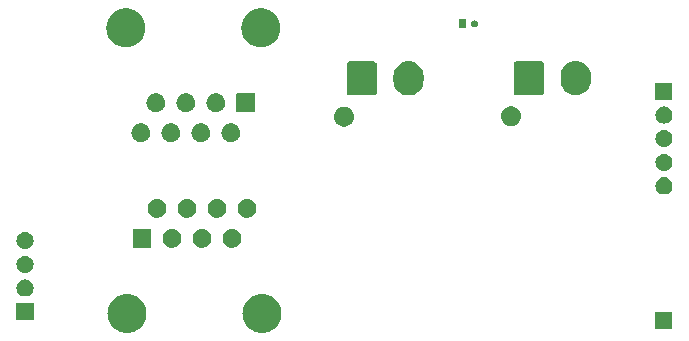
<source format=gbr>
G04 #@! TF.GenerationSoftware,KiCad,Pcbnew,7.99.0-1900-g89780d353a*
G04 #@! TF.CreationDate,2023-07-18T18:24:49+03:00*
G04 #@! TF.ProjectId,RP2040_minimal,52503230-3430-45f6-9d69-6e696d616c2e,REV1*
G04 #@! TF.SameCoordinates,Original*
G04 #@! TF.FileFunction,Soldermask,Bot*
G04 #@! TF.FilePolarity,Negative*
%FSLAX46Y46*%
G04 Gerber Fmt 4.6, Leading zero omitted, Abs format (unit mm)*
G04 Created by KiCad (PCBNEW 7.99.0-1900-g89780d353a) date 2023-07-18 18:24:49*
%MOMM*%
%LPD*%
G01*
G04 APERTURE LIST*
G04 APERTURE END LIST*
G36*
X138932351Y-69370642D02*
G01*
X138995472Y-69370642D01*
X139064450Y-69381038D01*
X139130373Y-69386227D01*
X139183506Y-69398983D01*
X139239449Y-69407415D01*
X139312547Y-69429963D01*
X139382287Y-69446706D01*
X139427384Y-69465385D01*
X139475232Y-69480145D01*
X139550348Y-69516319D01*
X139621638Y-69545848D01*
X139658231Y-69568272D01*
X139697537Y-69587201D01*
X139772300Y-69638174D01*
X139842533Y-69681213D01*
X139870657Y-69705233D01*
X139901402Y-69726195D01*
X139973189Y-69792804D01*
X140039533Y-69849467D01*
X140059679Y-69873055D01*
X140082276Y-69894022D01*
X140148341Y-69976865D01*
X140207787Y-70046467D01*
X140220860Y-70067801D01*
X140236117Y-70086932D01*
X140293650Y-70186583D01*
X140343152Y-70267362D01*
X140350423Y-70284916D01*
X140359485Y-70300612D01*
X140405715Y-70418404D01*
X140442294Y-70506713D01*
X140445317Y-70519308D01*
X140449629Y-70530293D01*
X140481915Y-70671750D01*
X140502773Y-70758627D01*
X140503314Y-70765501D01*
X140504535Y-70770851D01*
X140520446Y-70983188D01*
X140523100Y-71016900D01*
X140520446Y-71050614D01*
X140504535Y-71262948D01*
X140503314Y-71268296D01*
X140502773Y-71275173D01*
X140481911Y-71362068D01*
X140449629Y-71503506D01*
X140445318Y-71514488D01*
X140442294Y-71527087D01*
X140405708Y-71615413D01*
X140359485Y-71733187D01*
X140350424Y-71748879D01*
X140343152Y-71766438D01*
X140293640Y-71847233D01*
X140236117Y-71946867D01*
X140220863Y-71965994D01*
X140207787Y-71987333D01*
X140148329Y-72056948D01*
X140082276Y-72139777D01*
X140059683Y-72160739D01*
X140039533Y-72184333D01*
X139973176Y-72241007D01*
X139901402Y-72307604D01*
X139870663Y-72328561D01*
X139842533Y-72352587D01*
X139772286Y-72395634D01*
X139697537Y-72446598D01*
X139658238Y-72465522D01*
X139621638Y-72487952D01*
X139550333Y-72517487D01*
X139475232Y-72553654D01*
X139427393Y-72568410D01*
X139382287Y-72587094D01*
X139312532Y-72603840D01*
X139239449Y-72626384D01*
X139183514Y-72634814D01*
X139130373Y-72647573D01*
X139064446Y-72652761D01*
X138995472Y-72663158D01*
X138932351Y-72663158D01*
X138872100Y-72667900D01*
X138811849Y-72663158D01*
X138748728Y-72663158D01*
X138679752Y-72652761D01*
X138613827Y-72647573D01*
X138560686Y-72634815D01*
X138504750Y-72626384D01*
X138431662Y-72603839D01*
X138361913Y-72587094D01*
X138316809Y-72568411D01*
X138268967Y-72553654D01*
X138193861Y-72517485D01*
X138122562Y-72487952D01*
X138085961Y-72465523D01*
X138046663Y-72446598D01*
X137971910Y-72395632D01*
X137901667Y-72352587D01*
X137873540Y-72328564D01*
X137842797Y-72307604D01*
X137771011Y-72240996D01*
X137704667Y-72184333D01*
X137684520Y-72160744D01*
X137661923Y-72139777D01*
X137595855Y-72056930D01*
X137536413Y-71987333D01*
X137523340Y-71965999D01*
X137508082Y-71946867D01*
X137450542Y-71847204D01*
X137401048Y-71766438D01*
X137393777Y-71748885D01*
X137384714Y-71733187D01*
X137338472Y-71615367D01*
X137301906Y-71527087D01*
X137298882Y-71514495D01*
X137294570Y-71503506D01*
X137262268Y-71361983D01*
X137241427Y-71275173D01*
X137240886Y-71268303D01*
X137239664Y-71262948D01*
X137223733Y-71050366D01*
X137221100Y-71016900D01*
X137223730Y-70983471D01*
X137239664Y-70770851D01*
X137240886Y-70765495D01*
X137241427Y-70758627D01*
X137262263Y-70671835D01*
X137294570Y-70530293D01*
X137298883Y-70519302D01*
X137301906Y-70506713D01*
X137338465Y-70418450D01*
X137384714Y-70300612D01*
X137393779Y-70284910D01*
X137401048Y-70267362D01*
X137450532Y-70186611D01*
X137508082Y-70086932D01*
X137523342Y-70067795D01*
X137536413Y-70046467D01*
X137595843Y-69976883D01*
X137661923Y-69894022D01*
X137684524Y-69873050D01*
X137704667Y-69849467D01*
X137770997Y-69792815D01*
X137842797Y-69726195D01*
X137873546Y-69705230D01*
X137901667Y-69681213D01*
X137971895Y-69638176D01*
X138046663Y-69587201D01*
X138085969Y-69568272D01*
X138122562Y-69545848D01*
X138193846Y-69516321D01*
X138268967Y-69480145D01*
X138316818Y-69465384D01*
X138361913Y-69446706D01*
X138431647Y-69429964D01*
X138504750Y-69407415D01*
X138560694Y-69398982D01*
X138613827Y-69386227D01*
X138679748Y-69381038D01*
X138748728Y-69370642D01*
X138811849Y-69370642D01*
X138872100Y-69365900D01*
X138932351Y-69370642D01*
G37*
G36*
X150362351Y-69370642D02*
G01*
X150425472Y-69370642D01*
X150494450Y-69381038D01*
X150560373Y-69386227D01*
X150613506Y-69398983D01*
X150669449Y-69407415D01*
X150742547Y-69429963D01*
X150812287Y-69446706D01*
X150857384Y-69465385D01*
X150905232Y-69480145D01*
X150980348Y-69516319D01*
X151051638Y-69545848D01*
X151088231Y-69568272D01*
X151127537Y-69587201D01*
X151202300Y-69638174D01*
X151272533Y-69681213D01*
X151300657Y-69705233D01*
X151331402Y-69726195D01*
X151403189Y-69792804D01*
X151469533Y-69849467D01*
X151489679Y-69873055D01*
X151512276Y-69894022D01*
X151578341Y-69976865D01*
X151637787Y-70046467D01*
X151650860Y-70067801D01*
X151666117Y-70086932D01*
X151723650Y-70186583D01*
X151773152Y-70267362D01*
X151780423Y-70284916D01*
X151789485Y-70300612D01*
X151835715Y-70418404D01*
X151872294Y-70506713D01*
X151875317Y-70519308D01*
X151879629Y-70530293D01*
X151911915Y-70671750D01*
X151932773Y-70758627D01*
X151933314Y-70765501D01*
X151934535Y-70770851D01*
X151950448Y-70983205D01*
X151953100Y-71016900D01*
X151950445Y-71050631D01*
X151934535Y-71262948D01*
X151933314Y-71268296D01*
X151932773Y-71275173D01*
X151911911Y-71362068D01*
X151879629Y-71503506D01*
X151875318Y-71514488D01*
X151872294Y-71527087D01*
X151835708Y-71615413D01*
X151789485Y-71733187D01*
X151780424Y-71748879D01*
X151773152Y-71766438D01*
X151723640Y-71847233D01*
X151666117Y-71946867D01*
X151650863Y-71965994D01*
X151637787Y-71987333D01*
X151578329Y-72056948D01*
X151512276Y-72139777D01*
X151489683Y-72160739D01*
X151469533Y-72184333D01*
X151403176Y-72241007D01*
X151331402Y-72307604D01*
X151300663Y-72328561D01*
X151272533Y-72352587D01*
X151202286Y-72395634D01*
X151127537Y-72446598D01*
X151088238Y-72465522D01*
X151051638Y-72487952D01*
X150980333Y-72517487D01*
X150905232Y-72553654D01*
X150857393Y-72568410D01*
X150812287Y-72587094D01*
X150742532Y-72603840D01*
X150669449Y-72626384D01*
X150613514Y-72634814D01*
X150560373Y-72647573D01*
X150494446Y-72652761D01*
X150425472Y-72663158D01*
X150362351Y-72663158D01*
X150302100Y-72667900D01*
X150241849Y-72663158D01*
X150178728Y-72663158D01*
X150109752Y-72652761D01*
X150043827Y-72647573D01*
X149990686Y-72634815D01*
X149934750Y-72626384D01*
X149861662Y-72603839D01*
X149791913Y-72587094D01*
X149746809Y-72568411D01*
X149698967Y-72553654D01*
X149623861Y-72517485D01*
X149552562Y-72487952D01*
X149515961Y-72465523D01*
X149476663Y-72446598D01*
X149401910Y-72395632D01*
X149331667Y-72352587D01*
X149303540Y-72328564D01*
X149272797Y-72307604D01*
X149201011Y-72240996D01*
X149134667Y-72184333D01*
X149114520Y-72160744D01*
X149091923Y-72139777D01*
X149025855Y-72056930D01*
X148966413Y-71987333D01*
X148953340Y-71965999D01*
X148938082Y-71946867D01*
X148880542Y-71847204D01*
X148831048Y-71766438D01*
X148823777Y-71748885D01*
X148814714Y-71733187D01*
X148768472Y-71615367D01*
X148731906Y-71527087D01*
X148728882Y-71514495D01*
X148724570Y-71503506D01*
X148692268Y-71361983D01*
X148671427Y-71275173D01*
X148670886Y-71268303D01*
X148669664Y-71262948D01*
X148653733Y-71050366D01*
X148651100Y-71016900D01*
X148653730Y-70983471D01*
X148669664Y-70770851D01*
X148670886Y-70765495D01*
X148671427Y-70758627D01*
X148692263Y-70671835D01*
X148724570Y-70530293D01*
X148728883Y-70519302D01*
X148731906Y-70506713D01*
X148768465Y-70418450D01*
X148814714Y-70300612D01*
X148823779Y-70284910D01*
X148831048Y-70267362D01*
X148880532Y-70186611D01*
X148938082Y-70086932D01*
X148953342Y-70067795D01*
X148966413Y-70046467D01*
X149025843Y-69976883D01*
X149091923Y-69894022D01*
X149114524Y-69873050D01*
X149134667Y-69849467D01*
X149200997Y-69792815D01*
X149272797Y-69726195D01*
X149303546Y-69705230D01*
X149331667Y-69681213D01*
X149401895Y-69638176D01*
X149476663Y-69587201D01*
X149515969Y-69568272D01*
X149552562Y-69545848D01*
X149623846Y-69516321D01*
X149698967Y-69480145D01*
X149746818Y-69465384D01*
X149791913Y-69446706D01*
X149861647Y-69429964D01*
X149934750Y-69407415D01*
X149990694Y-69398982D01*
X150043827Y-69386227D01*
X150109748Y-69381038D01*
X150178728Y-69370642D01*
X150241849Y-69370642D01*
X150302100Y-69365900D01*
X150362351Y-69370642D01*
G37*
G36*
X184997117Y-70890282D02*
G01*
X185013662Y-70901338D01*
X185024718Y-70917883D01*
X185028600Y-70937400D01*
X185028600Y-72287400D01*
X185024718Y-72306917D01*
X185013662Y-72323462D01*
X184997117Y-72334518D01*
X184977600Y-72338400D01*
X183627600Y-72338400D01*
X183608083Y-72334518D01*
X183591538Y-72323462D01*
X183580482Y-72306917D01*
X183576600Y-72287400D01*
X183576600Y-70937400D01*
X183580482Y-70917883D01*
X183591538Y-70901338D01*
X183608083Y-70890282D01*
X183627600Y-70886400D01*
X184977600Y-70886400D01*
X184997117Y-70890282D01*
G37*
G36*
X130930517Y-70136282D02*
G01*
X130947062Y-70147338D01*
X130958118Y-70163883D01*
X130962000Y-70183400D01*
X130962000Y-71533400D01*
X130958118Y-71552917D01*
X130947062Y-71569462D01*
X130930517Y-71580518D01*
X130911000Y-71584400D01*
X129561000Y-71584400D01*
X129541483Y-71580518D01*
X129524938Y-71569462D01*
X129513882Y-71552917D01*
X129510000Y-71533400D01*
X129510000Y-70183400D01*
X129513882Y-70163883D01*
X129524938Y-70147338D01*
X129541483Y-70136282D01*
X129561000Y-70132400D01*
X130911000Y-70132400D01*
X130930517Y-70136282D01*
G37*
G36*
X130397550Y-68150602D02*
G01*
X130551000Y-68204297D01*
X130688654Y-68290790D01*
X130803610Y-68405746D01*
X130890103Y-68543400D01*
X130943798Y-68696850D01*
X130962000Y-68858400D01*
X130943798Y-69019950D01*
X130890103Y-69173400D01*
X130803610Y-69311054D01*
X130688654Y-69426010D01*
X130551000Y-69512503D01*
X130397550Y-69566198D01*
X130236000Y-69584400D01*
X130074450Y-69566198D01*
X129921000Y-69512503D01*
X129783346Y-69426010D01*
X129668390Y-69311054D01*
X129581897Y-69173400D01*
X129528202Y-69019950D01*
X129510000Y-68858400D01*
X129528202Y-68696850D01*
X129581897Y-68543400D01*
X129668390Y-68405746D01*
X129783346Y-68290790D01*
X129921000Y-68204297D01*
X130074450Y-68150602D01*
X130236000Y-68132400D01*
X130397550Y-68150602D01*
G37*
G36*
X130397550Y-66150602D02*
G01*
X130551000Y-66204297D01*
X130688654Y-66290790D01*
X130803610Y-66405746D01*
X130890103Y-66543400D01*
X130943798Y-66696850D01*
X130962000Y-66858400D01*
X130943798Y-67019950D01*
X130890103Y-67173400D01*
X130803610Y-67311054D01*
X130688654Y-67426010D01*
X130551000Y-67512503D01*
X130397550Y-67566198D01*
X130236000Y-67584400D01*
X130074450Y-67566198D01*
X129921000Y-67512503D01*
X129783346Y-67426010D01*
X129668390Y-67311054D01*
X129581897Y-67173400D01*
X129528202Y-67019950D01*
X129510000Y-66858400D01*
X129528202Y-66696850D01*
X129581897Y-66543400D01*
X129668390Y-66405746D01*
X129783346Y-66290790D01*
X129921000Y-66204297D01*
X130074450Y-66150602D01*
X130236000Y-66132400D01*
X130397550Y-66150602D01*
G37*
G36*
X130397550Y-64150602D02*
G01*
X130551000Y-64204297D01*
X130688654Y-64290790D01*
X130803610Y-64405746D01*
X130890103Y-64543400D01*
X130943798Y-64696850D01*
X130962000Y-64858400D01*
X130943798Y-65019950D01*
X130890103Y-65173400D01*
X130803610Y-65311054D01*
X130688654Y-65426010D01*
X130551000Y-65512503D01*
X130397550Y-65566198D01*
X130236000Y-65584400D01*
X130074450Y-65566198D01*
X129921000Y-65512503D01*
X129783346Y-65426010D01*
X129668390Y-65311054D01*
X129581897Y-65173400D01*
X129528202Y-65019950D01*
X129510000Y-64858400D01*
X129528202Y-64696850D01*
X129581897Y-64543400D01*
X129668390Y-64405746D01*
X129783346Y-64290790D01*
X129921000Y-64204297D01*
X130074450Y-64150602D01*
X130236000Y-64132400D01*
X130397550Y-64150602D01*
G37*
G36*
X140911617Y-63869782D02*
G01*
X140928162Y-63880838D01*
X140939218Y-63897383D01*
X140943100Y-63916900D01*
X140943100Y-65416900D01*
X140939218Y-65436417D01*
X140928162Y-65452962D01*
X140911617Y-65464018D01*
X140892100Y-65467900D01*
X139392100Y-65467900D01*
X139372583Y-65464018D01*
X139356038Y-65452962D01*
X139344982Y-65436417D01*
X139341100Y-65416900D01*
X139341100Y-63916900D01*
X139344982Y-63897383D01*
X139356038Y-63880838D01*
X139372583Y-63869782D01*
X139392100Y-63865900D01*
X140892100Y-63865900D01*
X140911617Y-63869782D01*
G37*
G36*
X142723227Y-63870534D02*
G01*
X142765800Y-63870534D01*
X142813825Y-63880742D01*
X142860339Y-63885983D01*
X142894162Y-63897818D01*
X142929545Y-63905339D01*
X142980537Y-63928041D01*
X143029641Y-63945224D01*
X143055198Y-63961283D01*
X143082477Y-63973428D01*
X143133342Y-64010383D01*
X143181515Y-64040653D01*
X143198815Y-64057953D01*
X143217908Y-64071825D01*
X143265110Y-64124248D01*
X143308347Y-64167485D01*
X143318292Y-64183312D01*
X143329924Y-64196231D01*
X143369714Y-64265150D01*
X143403776Y-64319359D01*
X143408029Y-64331513D01*
X143413622Y-64341201D01*
X143442260Y-64429342D01*
X143463017Y-64488661D01*
X143463804Y-64495646D01*
X143465354Y-64500417D01*
X143479410Y-64634153D01*
X143483100Y-64666900D01*
X143479407Y-64699671D01*
X143465354Y-64833382D01*
X143463804Y-64838151D01*
X143463017Y-64845139D01*
X143442256Y-64904470D01*
X143413622Y-64992598D01*
X143408030Y-65002283D01*
X143403776Y-65014441D01*
X143369707Y-65068660D01*
X143329924Y-65137568D01*
X143318294Y-65150484D01*
X143308347Y-65166315D01*
X143265101Y-65209560D01*
X143217908Y-65261974D01*
X143198818Y-65275843D01*
X143181515Y-65293147D01*
X143133331Y-65323422D01*
X143082477Y-65360371D01*
X143055204Y-65372513D01*
X143029641Y-65388576D01*
X142980526Y-65405761D01*
X142929545Y-65428460D01*
X142894167Y-65435979D01*
X142860339Y-65447817D01*
X142813822Y-65453058D01*
X142765800Y-65463266D01*
X142723227Y-65463266D01*
X142682100Y-65467900D01*
X142640973Y-65463266D01*
X142598400Y-65463266D01*
X142550376Y-65453058D01*
X142503861Y-65447817D01*
X142470033Y-65435980D01*
X142434654Y-65428460D01*
X142383668Y-65405760D01*
X142334559Y-65388576D01*
X142308998Y-65372514D01*
X142281722Y-65360371D01*
X142230860Y-65323417D01*
X142182685Y-65293147D01*
X142165383Y-65275845D01*
X142146291Y-65261974D01*
X142099088Y-65209550D01*
X142055853Y-65166315D01*
X142045908Y-65150487D01*
X142034275Y-65137568D01*
X141994480Y-65068640D01*
X141960424Y-65014441D01*
X141956171Y-65002288D01*
X141950577Y-64992598D01*
X141921929Y-64904430D01*
X141901183Y-64845139D01*
X141900396Y-64838156D01*
X141898845Y-64833382D01*
X141884777Y-64699539D01*
X141881100Y-64666900D01*
X141884774Y-64634285D01*
X141898845Y-64500417D01*
X141900396Y-64495642D01*
X141901183Y-64488661D01*
X141921925Y-64429382D01*
X141950577Y-64341201D01*
X141956172Y-64331509D01*
X141960424Y-64319359D01*
X141994473Y-64265170D01*
X142034275Y-64196231D01*
X142045910Y-64183308D01*
X142055853Y-64167485D01*
X142099079Y-64124258D01*
X142146291Y-64071825D01*
X142165387Y-64057950D01*
X142182685Y-64040653D01*
X142230855Y-64010385D01*
X142281723Y-63973428D01*
X142309001Y-63961282D01*
X142334559Y-63945224D01*
X142383659Y-63928042D01*
X142434654Y-63905339D01*
X142470039Y-63897817D01*
X142503861Y-63885983D01*
X142550373Y-63880742D01*
X142598400Y-63870534D01*
X142640973Y-63870534D01*
X142682100Y-63865900D01*
X142723227Y-63870534D01*
G37*
G36*
X145263227Y-63870534D02*
G01*
X145305800Y-63870534D01*
X145353825Y-63880742D01*
X145400339Y-63885983D01*
X145434162Y-63897818D01*
X145469545Y-63905339D01*
X145520537Y-63928041D01*
X145569641Y-63945224D01*
X145595198Y-63961283D01*
X145622477Y-63973428D01*
X145673342Y-64010383D01*
X145721515Y-64040653D01*
X145738815Y-64057953D01*
X145757908Y-64071825D01*
X145805110Y-64124248D01*
X145848347Y-64167485D01*
X145858292Y-64183312D01*
X145869924Y-64196231D01*
X145909714Y-64265150D01*
X145943776Y-64319359D01*
X145948029Y-64331513D01*
X145953622Y-64341201D01*
X145982260Y-64429342D01*
X146003017Y-64488661D01*
X146003804Y-64495646D01*
X146005354Y-64500417D01*
X146019409Y-64634142D01*
X146023100Y-64666900D01*
X146019408Y-64699660D01*
X146005354Y-64833382D01*
X146003804Y-64838151D01*
X146003017Y-64845139D01*
X145982256Y-64904470D01*
X145953622Y-64992598D01*
X145948030Y-65002283D01*
X145943776Y-65014441D01*
X145909707Y-65068660D01*
X145869924Y-65137568D01*
X145858294Y-65150484D01*
X145848347Y-65166315D01*
X145805101Y-65209560D01*
X145757908Y-65261974D01*
X145738818Y-65275843D01*
X145721515Y-65293147D01*
X145673331Y-65323422D01*
X145622477Y-65360371D01*
X145595204Y-65372513D01*
X145569641Y-65388576D01*
X145520526Y-65405761D01*
X145469545Y-65428460D01*
X145434167Y-65435979D01*
X145400339Y-65447817D01*
X145353822Y-65453058D01*
X145305800Y-65463266D01*
X145263227Y-65463266D01*
X145222100Y-65467900D01*
X145180973Y-65463266D01*
X145138400Y-65463266D01*
X145090376Y-65453058D01*
X145043861Y-65447817D01*
X145010033Y-65435980D01*
X144974654Y-65428460D01*
X144923668Y-65405760D01*
X144874559Y-65388576D01*
X144848998Y-65372514D01*
X144821722Y-65360371D01*
X144770860Y-65323417D01*
X144722685Y-65293147D01*
X144705383Y-65275845D01*
X144686291Y-65261974D01*
X144639088Y-65209550D01*
X144595853Y-65166315D01*
X144585908Y-65150487D01*
X144574275Y-65137568D01*
X144534480Y-65068640D01*
X144500424Y-65014441D01*
X144496171Y-65002288D01*
X144490577Y-64992598D01*
X144461929Y-64904430D01*
X144441183Y-64845139D01*
X144440396Y-64838156D01*
X144438845Y-64833382D01*
X144424776Y-64699528D01*
X144421100Y-64666900D01*
X144424776Y-64634274D01*
X144438845Y-64500417D01*
X144440396Y-64495642D01*
X144441183Y-64488661D01*
X144461925Y-64429382D01*
X144490577Y-64341201D01*
X144496172Y-64331509D01*
X144500424Y-64319359D01*
X144534473Y-64265170D01*
X144574275Y-64196231D01*
X144585910Y-64183308D01*
X144595853Y-64167485D01*
X144639079Y-64124258D01*
X144686291Y-64071825D01*
X144705387Y-64057950D01*
X144722685Y-64040653D01*
X144770855Y-64010385D01*
X144821723Y-63973428D01*
X144849001Y-63961282D01*
X144874559Y-63945224D01*
X144923659Y-63928042D01*
X144974654Y-63905339D01*
X145010039Y-63897817D01*
X145043861Y-63885983D01*
X145090373Y-63880742D01*
X145138400Y-63870534D01*
X145180973Y-63870534D01*
X145222100Y-63865900D01*
X145263227Y-63870534D01*
G37*
G36*
X147803227Y-63870534D02*
G01*
X147845800Y-63870534D01*
X147893825Y-63880742D01*
X147940339Y-63885983D01*
X147974162Y-63897818D01*
X148009545Y-63905339D01*
X148060537Y-63928041D01*
X148109641Y-63945224D01*
X148135198Y-63961283D01*
X148162477Y-63973428D01*
X148213342Y-64010383D01*
X148261515Y-64040653D01*
X148278815Y-64057953D01*
X148297908Y-64071825D01*
X148345110Y-64124248D01*
X148388347Y-64167485D01*
X148398292Y-64183312D01*
X148409924Y-64196231D01*
X148449714Y-64265150D01*
X148483776Y-64319359D01*
X148488029Y-64331513D01*
X148493622Y-64341201D01*
X148522260Y-64429342D01*
X148543017Y-64488661D01*
X148543804Y-64495646D01*
X148545354Y-64500417D01*
X148559409Y-64634142D01*
X148563100Y-64666900D01*
X148559408Y-64699660D01*
X148545354Y-64833382D01*
X148543804Y-64838151D01*
X148543017Y-64845139D01*
X148522256Y-64904470D01*
X148493622Y-64992598D01*
X148488030Y-65002283D01*
X148483776Y-65014441D01*
X148449707Y-65068660D01*
X148409924Y-65137568D01*
X148398294Y-65150484D01*
X148388347Y-65166315D01*
X148345101Y-65209560D01*
X148297908Y-65261974D01*
X148278818Y-65275843D01*
X148261515Y-65293147D01*
X148213331Y-65323422D01*
X148162477Y-65360371D01*
X148135204Y-65372513D01*
X148109641Y-65388576D01*
X148060526Y-65405761D01*
X148009545Y-65428460D01*
X147974167Y-65435979D01*
X147940339Y-65447817D01*
X147893822Y-65453058D01*
X147845800Y-65463266D01*
X147803227Y-65463266D01*
X147762100Y-65467900D01*
X147720973Y-65463266D01*
X147678400Y-65463266D01*
X147630376Y-65453058D01*
X147583861Y-65447817D01*
X147550033Y-65435980D01*
X147514654Y-65428460D01*
X147463668Y-65405760D01*
X147414559Y-65388576D01*
X147388998Y-65372514D01*
X147361722Y-65360371D01*
X147310860Y-65323417D01*
X147262685Y-65293147D01*
X147245383Y-65275845D01*
X147226291Y-65261974D01*
X147179088Y-65209550D01*
X147135853Y-65166315D01*
X147125908Y-65150487D01*
X147114275Y-65137568D01*
X147074480Y-65068640D01*
X147040424Y-65014441D01*
X147036171Y-65002288D01*
X147030577Y-64992598D01*
X147001929Y-64904430D01*
X146981183Y-64845139D01*
X146980396Y-64838156D01*
X146978845Y-64833382D01*
X146964776Y-64699528D01*
X146961100Y-64666900D01*
X146964776Y-64634274D01*
X146978845Y-64500417D01*
X146980396Y-64495642D01*
X146981183Y-64488661D01*
X147001925Y-64429382D01*
X147030577Y-64341201D01*
X147036172Y-64331509D01*
X147040424Y-64319359D01*
X147074473Y-64265170D01*
X147114275Y-64196231D01*
X147125910Y-64183308D01*
X147135853Y-64167485D01*
X147179079Y-64124258D01*
X147226291Y-64071825D01*
X147245387Y-64057950D01*
X147262685Y-64040653D01*
X147310855Y-64010385D01*
X147361723Y-63973428D01*
X147389001Y-63961282D01*
X147414559Y-63945224D01*
X147463659Y-63928042D01*
X147514654Y-63905339D01*
X147550039Y-63897817D01*
X147583861Y-63885983D01*
X147630373Y-63880742D01*
X147678400Y-63870534D01*
X147720973Y-63870534D01*
X147762100Y-63865900D01*
X147803227Y-63870534D01*
G37*
G36*
X141453227Y-61330534D02*
G01*
X141495800Y-61330534D01*
X141543825Y-61340742D01*
X141590339Y-61345983D01*
X141624162Y-61357818D01*
X141659545Y-61365339D01*
X141710537Y-61388041D01*
X141759641Y-61405224D01*
X141785198Y-61421283D01*
X141812477Y-61433428D01*
X141863342Y-61470383D01*
X141911515Y-61500653D01*
X141928815Y-61517953D01*
X141947908Y-61531825D01*
X141995110Y-61584248D01*
X142038347Y-61627485D01*
X142048292Y-61643312D01*
X142059924Y-61656231D01*
X142099714Y-61725150D01*
X142133776Y-61779359D01*
X142138029Y-61791513D01*
X142143622Y-61801201D01*
X142172260Y-61889342D01*
X142193017Y-61948661D01*
X142193804Y-61955646D01*
X142195354Y-61960417D01*
X142209409Y-62094142D01*
X142213100Y-62126900D01*
X142209408Y-62159660D01*
X142195354Y-62293382D01*
X142193804Y-62298151D01*
X142193017Y-62305139D01*
X142172256Y-62364470D01*
X142143622Y-62452598D01*
X142138030Y-62462283D01*
X142133776Y-62474441D01*
X142099707Y-62528660D01*
X142059924Y-62597568D01*
X142048294Y-62610484D01*
X142038347Y-62626315D01*
X141995101Y-62669560D01*
X141947908Y-62721974D01*
X141928818Y-62735843D01*
X141911515Y-62753147D01*
X141863331Y-62783422D01*
X141812477Y-62820371D01*
X141785204Y-62832513D01*
X141759641Y-62848576D01*
X141710526Y-62865761D01*
X141659545Y-62888460D01*
X141624167Y-62895979D01*
X141590339Y-62907817D01*
X141543822Y-62913058D01*
X141495800Y-62923266D01*
X141453227Y-62923266D01*
X141412100Y-62927900D01*
X141370973Y-62923266D01*
X141328400Y-62923266D01*
X141280376Y-62913058D01*
X141233861Y-62907817D01*
X141200033Y-62895980D01*
X141164654Y-62888460D01*
X141113668Y-62865760D01*
X141064559Y-62848576D01*
X141038998Y-62832514D01*
X141011722Y-62820371D01*
X140960860Y-62783417D01*
X140912685Y-62753147D01*
X140895383Y-62735845D01*
X140876291Y-62721974D01*
X140829088Y-62669550D01*
X140785853Y-62626315D01*
X140775908Y-62610487D01*
X140764275Y-62597568D01*
X140724480Y-62528640D01*
X140690424Y-62474441D01*
X140686171Y-62462288D01*
X140680577Y-62452598D01*
X140651929Y-62364430D01*
X140631183Y-62305139D01*
X140630396Y-62298156D01*
X140628845Y-62293382D01*
X140614776Y-62159528D01*
X140611100Y-62126900D01*
X140614776Y-62094274D01*
X140628845Y-61960417D01*
X140630396Y-61955642D01*
X140631183Y-61948661D01*
X140651925Y-61889382D01*
X140680577Y-61801201D01*
X140686172Y-61791509D01*
X140690424Y-61779359D01*
X140724473Y-61725170D01*
X140764275Y-61656231D01*
X140775910Y-61643308D01*
X140785853Y-61627485D01*
X140829079Y-61584258D01*
X140876291Y-61531825D01*
X140895387Y-61517950D01*
X140912685Y-61500653D01*
X140960855Y-61470385D01*
X141011723Y-61433428D01*
X141039001Y-61421282D01*
X141064559Y-61405224D01*
X141113659Y-61388042D01*
X141164654Y-61365339D01*
X141200039Y-61357817D01*
X141233861Y-61345983D01*
X141280373Y-61340742D01*
X141328400Y-61330534D01*
X141370973Y-61330534D01*
X141412100Y-61325900D01*
X141453227Y-61330534D01*
G37*
G36*
X143993227Y-61330534D02*
G01*
X144035800Y-61330534D01*
X144083825Y-61340742D01*
X144130339Y-61345983D01*
X144164162Y-61357818D01*
X144199545Y-61365339D01*
X144250537Y-61388041D01*
X144299641Y-61405224D01*
X144325198Y-61421283D01*
X144352477Y-61433428D01*
X144403342Y-61470383D01*
X144451515Y-61500653D01*
X144468815Y-61517953D01*
X144487908Y-61531825D01*
X144535110Y-61584248D01*
X144578347Y-61627485D01*
X144588292Y-61643312D01*
X144599924Y-61656231D01*
X144639714Y-61725150D01*
X144673776Y-61779359D01*
X144678029Y-61791513D01*
X144683622Y-61801201D01*
X144712260Y-61889342D01*
X144733017Y-61948661D01*
X144733804Y-61955646D01*
X144735354Y-61960417D01*
X144749410Y-62094153D01*
X144753100Y-62126900D01*
X144749407Y-62159671D01*
X144735354Y-62293382D01*
X144733804Y-62298151D01*
X144733017Y-62305139D01*
X144712256Y-62364470D01*
X144683622Y-62452598D01*
X144678030Y-62462283D01*
X144673776Y-62474441D01*
X144639707Y-62528660D01*
X144599924Y-62597568D01*
X144588294Y-62610484D01*
X144578347Y-62626315D01*
X144535101Y-62669560D01*
X144487908Y-62721974D01*
X144468818Y-62735843D01*
X144451515Y-62753147D01*
X144403331Y-62783422D01*
X144352477Y-62820371D01*
X144325204Y-62832513D01*
X144299641Y-62848576D01*
X144250526Y-62865761D01*
X144199545Y-62888460D01*
X144164167Y-62895979D01*
X144130339Y-62907817D01*
X144083822Y-62913058D01*
X144035800Y-62923266D01*
X143993227Y-62923266D01*
X143952100Y-62927900D01*
X143910973Y-62923266D01*
X143868400Y-62923266D01*
X143820376Y-62913058D01*
X143773861Y-62907817D01*
X143740033Y-62895980D01*
X143704654Y-62888460D01*
X143653668Y-62865760D01*
X143604559Y-62848576D01*
X143578998Y-62832514D01*
X143551722Y-62820371D01*
X143500860Y-62783417D01*
X143452685Y-62753147D01*
X143435383Y-62735845D01*
X143416291Y-62721974D01*
X143369088Y-62669550D01*
X143325853Y-62626315D01*
X143315908Y-62610487D01*
X143304275Y-62597568D01*
X143264480Y-62528640D01*
X143230424Y-62474441D01*
X143226171Y-62462288D01*
X143220577Y-62452598D01*
X143191929Y-62364430D01*
X143171183Y-62305139D01*
X143170396Y-62298156D01*
X143168845Y-62293382D01*
X143154777Y-62159539D01*
X143151100Y-62126900D01*
X143154774Y-62094285D01*
X143168845Y-61960417D01*
X143170396Y-61955642D01*
X143171183Y-61948661D01*
X143191925Y-61889382D01*
X143220577Y-61801201D01*
X143226172Y-61791509D01*
X143230424Y-61779359D01*
X143264473Y-61725170D01*
X143304275Y-61656231D01*
X143315910Y-61643308D01*
X143325853Y-61627485D01*
X143369079Y-61584258D01*
X143416291Y-61531825D01*
X143435387Y-61517950D01*
X143452685Y-61500653D01*
X143500855Y-61470385D01*
X143551723Y-61433428D01*
X143579001Y-61421282D01*
X143604559Y-61405224D01*
X143653659Y-61388042D01*
X143704654Y-61365339D01*
X143740039Y-61357817D01*
X143773861Y-61345983D01*
X143820373Y-61340742D01*
X143868400Y-61330534D01*
X143910973Y-61330534D01*
X143952100Y-61325900D01*
X143993227Y-61330534D01*
G37*
G36*
X146533227Y-61330534D02*
G01*
X146575800Y-61330534D01*
X146623825Y-61340742D01*
X146670339Y-61345983D01*
X146704162Y-61357818D01*
X146739545Y-61365339D01*
X146790537Y-61388041D01*
X146839641Y-61405224D01*
X146865198Y-61421283D01*
X146892477Y-61433428D01*
X146943342Y-61470383D01*
X146991515Y-61500653D01*
X147008815Y-61517953D01*
X147027908Y-61531825D01*
X147075110Y-61584248D01*
X147118347Y-61627485D01*
X147128292Y-61643312D01*
X147139924Y-61656231D01*
X147179714Y-61725150D01*
X147213776Y-61779359D01*
X147218029Y-61791513D01*
X147223622Y-61801201D01*
X147252260Y-61889342D01*
X147273017Y-61948661D01*
X147273804Y-61955646D01*
X147275354Y-61960417D01*
X147289409Y-62094142D01*
X147293100Y-62126900D01*
X147289408Y-62159660D01*
X147275354Y-62293382D01*
X147273804Y-62298151D01*
X147273017Y-62305139D01*
X147252256Y-62364470D01*
X147223622Y-62452598D01*
X147218030Y-62462283D01*
X147213776Y-62474441D01*
X147179707Y-62528660D01*
X147139924Y-62597568D01*
X147128294Y-62610484D01*
X147118347Y-62626315D01*
X147075101Y-62669560D01*
X147027908Y-62721974D01*
X147008818Y-62735843D01*
X146991515Y-62753147D01*
X146943331Y-62783422D01*
X146892477Y-62820371D01*
X146865204Y-62832513D01*
X146839641Y-62848576D01*
X146790526Y-62865761D01*
X146739545Y-62888460D01*
X146704167Y-62895979D01*
X146670339Y-62907817D01*
X146623822Y-62913058D01*
X146575800Y-62923266D01*
X146533227Y-62923266D01*
X146492100Y-62927900D01*
X146450973Y-62923266D01*
X146408400Y-62923266D01*
X146360376Y-62913058D01*
X146313861Y-62907817D01*
X146280033Y-62895980D01*
X146244654Y-62888460D01*
X146193668Y-62865760D01*
X146144559Y-62848576D01*
X146118998Y-62832514D01*
X146091722Y-62820371D01*
X146040860Y-62783417D01*
X145992685Y-62753147D01*
X145975383Y-62735845D01*
X145956291Y-62721974D01*
X145909088Y-62669550D01*
X145865853Y-62626315D01*
X145855908Y-62610487D01*
X145844275Y-62597568D01*
X145804480Y-62528640D01*
X145770424Y-62474441D01*
X145766171Y-62462288D01*
X145760577Y-62452598D01*
X145731929Y-62364430D01*
X145711183Y-62305139D01*
X145710396Y-62298156D01*
X145708845Y-62293382D01*
X145694776Y-62159528D01*
X145691100Y-62126900D01*
X145694776Y-62094274D01*
X145708845Y-61960417D01*
X145710396Y-61955642D01*
X145711183Y-61948661D01*
X145731925Y-61889382D01*
X145760577Y-61801201D01*
X145766172Y-61791509D01*
X145770424Y-61779359D01*
X145804473Y-61725170D01*
X145844275Y-61656231D01*
X145855910Y-61643308D01*
X145865853Y-61627485D01*
X145909079Y-61584258D01*
X145956291Y-61531825D01*
X145975387Y-61517950D01*
X145992685Y-61500653D01*
X146040855Y-61470385D01*
X146091723Y-61433428D01*
X146119001Y-61421282D01*
X146144559Y-61405224D01*
X146193659Y-61388042D01*
X146244654Y-61365339D01*
X146280039Y-61357817D01*
X146313861Y-61345983D01*
X146360373Y-61340742D01*
X146408400Y-61330534D01*
X146450973Y-61330534D01*
X146492100Y-61325900D01*
X146533227Y-61330534D01*
G37*
G36*
X149073227Y-61330534D02*
G01*
X149115800Y-61330534D01*
X149163825Y-61340742D01*
X149210339Y-61345983D01*
X149244162Y-61357818D01*
X149279545Y-61365339D01*
X149330537Y-61388041D01*
X149379641Y-61405224D01*
X149405198Y-61421283D01*
X149432477Y-61433428D01*
X149483342Y-61470383D01*
X149531515Y-61500653D01*
X149548815Y-61517953D01*
X149567908Y-61531825D01*
X149615110Y-61584248D01*
X149658347Y-61627485D01*
X149668292Y-61643312D01*
X149679924Y-61656231D01*
X149719714Y-61725150D01*
X149753776Y-61779359D01*
X149758029Y-61791513D01*
X149763622Y-61801201D01*
X149792260Y-61889342D01*
X149813017Y-61948661D01*
X149813804Y-61955646D01*
X149815354Y-61960417D01*
X149829409Y-62094142D01*
X149833100Y-62126900D01*
X149829408Y-62159660D01*
X149815354Y-62293382D01*
X149813804Y-62298151D01*
X149813017Y-62305139D01*
X149792256Y-62364470D01*
X149763622Y-62452598D01*
X149758030Y-62462283D01*
X149753776Y-62474441D01*
X149719707Y-62528660D01*
X149679924Y-62597568D01*
X149668294Y-62610484D01*
X149658347Y-62626315D01*
X149615101Y-62669560D01*
X149567908Y-62721974D01*
X149548818Y-62735843D01*
X149531515Y-62753147D01*
X149483331Y-62783422D01*
X149432477Y-62820371D01*
X149405204Y-62832513D01*
X149379641Y-62848576D01*
X149330526Y-62865761D01*
X149279545Y-62888460D01*
X149244167Y-62895979D01*
X149210339Y-62907817D01*
X149163822Y-62913058D01*
X149115800Y-62923266D01*
X149073227Y-62923266D01*
X149032100Y-62927900D01*
X148990973Y-62923266D01*
X148948400Y-62923266D01*
X148900376Y-62913058D01*
X148853861Y-62907817D01*
X148820033Y-62895980D01*
X148784654Y-62888460D01*
X148733668Y-62865760D01*
X148684559Y-62848576D01*
X148658998Y-62832514D01*
X148631722Y-62820371D01*
X148580860Y-62783417D01*
X148532685Y-62753147D01*
X148515383Y-62735845D01*
X148496291Y-62721974D01*
X148449088Y-62669550D01*
X148405853Y-62626315D01*
X148395908Y-62610487D01*
X148384275Y-62597568D01*
X148344480Y-62528640D01*
X148310424Y-62474441D01*
X148306171Y-62462288D01*
X148300577Y-62452598D01*
X148271929Y-62364430D01*
X148251183Y-62305139D01*
X148250396Y-62298156D01*
X148248845Y-62293382D01*
X148234776Y-62159528D01*
X148231100Y-62126900D01*
X148234776Y-62094274D01*
X148248845Y-61960417D01*
X148250396Y-61955642D01*
X148251183Y-61948661D01*
X148271925Y-61889382D01*
X148300577Y-61801201D01*
X148306172Y-61791509D01*
X148310424Y-61779359D01*
X148344473Y-61725170D01*
X148384275Y-61656231D01*
X148395910Y-61643308D01*
X148405853Y-61627485D01*
X148449079Y-61584258D01*
X148496291Y-61531825D01*
X148515387Y-61517950D01*
X148532685Y-61500653D01*
X148580855Y-61470385D01*
X148631723Y-61433428D01*
X148659001Y-61421282D01*
X148684559Y-61405224D01*
X148733659Y-61388042D01*
X148784654Y-61365339D01*
X148820039Y-61357817D01*
X148853861Y-61345983D01*
X148900373Y-61340742D01*
X148948400Y-61330534D01*
X148990973Y-61330534D01*
X149032100Y-61325900D01*
X149073227Y-61330534D01*
G37*
G36*
X184489550Y-59512202D02*
G01*
X184643000Y-59565897D01*
X184780654Y-59652390D01*
X184895610Y-59767346D01*
X184982103Y-59905000D01*
X185035798Y-60058450D01*
X185054000Y-60220000D01*
X185035798Y-60381550D01*
X184982103Y-60535000D01*
X184895610Y-60672654D01*
X184780654Y-60787610D01*
X184643000Y-60874103D01*
X184489550Y-60927798D01*
X184328000Y-60946000D01*
X184166450Y-60927798D01*
X184013000Y-60874103D01*
X183875346Y-60787610D01*
X183760390Y-60672654D01*
X183673897Y-60535000D01*
X183620202Y-60381550D01*
X183602000Y-60220000D01*
X183620202Y-60058450D01*
X183673897Y-59905000D01*
X183760390Y-59767346D01*
X183875346Y-59652390D01*
X184013000Y-59565897D01*
X184166450Y-59512202D01*
X184328000Y-59494000D01*
X184489550Y-59512202D01*
G37*
G36*
X184489550Y-57512202D02*
G01*
X184643000Y-57565897D01*
X184780654Y-57652390D01*
X184895610Y-57767346D01*
X184982103Y-57905000D01*
X185035798Y-58058450D01*
X185054000Y-58220000D01*
X185035798Y-58381550D01*
X184982103Y-58535000D01*
X184895610Y-58672654D01*
X184780654Y-58787610D01*
X184643000Y-58874103D01*
X184489550Y-58927798D01*
X184328000Y-58946000D01*
X184166450Y-58927798D01*
X184013000Y-58874103D01*
X183875346Y-58787610D01*
X183760390Y-58672654D01*
X183673897Y-58535000D01*
X183620202Y-58381550D01*
X183602000Y-58220000D01*
X183620202Y-58058450D01*
X183673897Y-57905000D01*
X183760390Y-57767346D01*
X183875346Y-57652390D01*
X184013000Y-57565897D01*
X184166450Y-57512202D01*
X184328000Y-57494000D01*
X184489550Y-57512202D01*
G37*
G36*
X184489550Y-55512202D02*
G01*
X184643000Y-55565897D01*
X184780654Y-55652390D01*
X184895610Y-55767346D01*
X184982103Y-55905000D01*
X185035798Y-56058450D01*
X185054000Y-56220000D01*
X185035798Y-56381550D01*
X184982103Y-56535000D01*
X184895610Y-56672654D01*
X184780654Y-56787610D01*
X184643000Y-56874103D01*
X184489550Y-56927798D01*
X184328000Y-56946000D01*
X184166450Y-56927798D01*
X184013000Y-56874103D01*
X183875346Y-56787610D01*
X183760390Y-56672654D01*
X183673897Y-56535000D01*
X183620202Y-56381550D01*
X183602000Y-56220000D01*
X183620202Y-56058450D01*
X183673897Y-55905000D01*
X183760390Y-55767346D01*
X183875346Y-55652390D01*
X184013000Y-55565897D01*
X184166450Y-55512202D01*
X184328000Y-55494000D01*
X184489550Y-55512202D01*
G37*
G36*
X140086827Y-54922934D02*
G01*
X140129400Y-54922934D01*
X140177425Y-54933142D01*
X140223939Y-54938383D01*
X140257762Y-54950218D01*
X140293145Y-54957739D01*
X140344137Y-54980441D01*
X140393241Y-54997624D01*
X140418798Y-55013683D01*
X140446077Y-55025828D01*
X140496942Y-55062783D01*
X140545115Y-55093053D01*
X140562415Y-55110353D01*
X140581508Y-55124225D01*
X140628710Y-55176648D01*
X140671947Y-55219885D01*
X140681892Y-55235712D01*
X140693524Y-55248631D01*
X140733314Y-55317550D01*
X140767376Y-55371759D01*
X140771629Y-55383913D01*
X140777222Y-55393601D01*
X140805860Y-55481742D01*
X140826617Y-55541061D01*
X140827404Y-55548046D01*
X140828954Y-55552817D01*
X140843010Y-55686553D01*
X140846700Y-55719300D01*
X140843007Y-55752071D01*
X140828954Y-55885782D01*
X140827404Y-55890551D01*
X140826617Y-55897539D01*
X140805856Y-55956870D01*
X140777222Y-56044998D01*
X140771630Y-56054683D01*
X140767376Y-56066841D01*
X140733307Y-56121060D01*
X140693524Y-56189968D01*
X140681894Y-56202884D01*
X140671947Y-56218715D01*
X140628701Y-56261960D01*
X140581508Y-56314374D01*
X140562418Y-56328243D01*
X140545115Y-56345547D01*
X140496931Y-56375822D01*
X140446077Y-56412771D01*
X140418804Y-56424913D01*
X140393241Y-56440976D01*
X140344126Y-56458161D01*
X140293145Y-56480860D01*
X140257767Y-56488379D01*
X140223939Y-56500217D01*
X140177422Y-56505458D01*
X140129400Y-56515666D01*
X140086827Y-56515666D01*
X140045700Y-56520300D01*
X140004573Y-56515666D01*
X139962000Y-56515666D01*
X139913976Y-56505458D01*
X139867461Y-56500217D01*
X139833633Y-56488380D01*
X139798254Y-56480860D01*
X139747268Y-56458160D01*
X139698159Y-56440976D01*
X139672598Y-56424914D01*
X139645322Y-56412771D01*
X139594460Y-56375817D01*
X139546285Y-56345547D01*
X139528983Y-56328245D01*
X139509891Y-56314374D01*
X139462688Y-56261950D01*
X139419453Y-56218715D01*
X139409508Y-56202887D01*
X139397875Y-56189968D01*
X139358080Y-56121040D01*
X139324024Y-56066841D01*
X139319771Y-56054688D01*
X139314177Y-56044998D01*
X139285529Y-55956830D01*
X139264783Y-55897539D01*
X139263996Y-55890556D01*
X139262445Y-55885782D01*
X139248377Y-55751939D01*
X139244700Y-55719300D01*
X139248374Y-55686685D01*
X139262445Y-55552817D01*
X139263996Y-55548042D01*
X139264783Y-55541061D01*
X139285525Y-55481782D01*
X139314177Y-55393601D01*
X139319772Y-55383909D01*
X139324024Y-55371759D01*
X139358073Y-55317570D01*
X139397875Y-55248631D01*
X139409510Y-55235708D01*
X139419453Y-55219885D01*
X139462679Y-55176658D01*
X139509891Y-55124225D01*
X139528987Y-55110350D01*
X139546285Y-55093053D01*
X139594455Y-55062785D01*
X139645323Y-55025828D01*
X139672601Y-55013682D01*
X139698159Y-54997624D01*
X139747259Y-54980442D01*
X139798254Y-54957739D01*
X139833639Y-54950217D01*
X139867461Y-54938383D01*
X139913973Y-54933142D01*
X139962000Y-54922934D01*
X140004573Y-54922934D01*
X140045700Y-54918300D01*
X140086827Y-54922934D01*
G37*
G36*
X142626827Y-54922934D02*
G01*
X142669400Y-54922934D01*
X142717425Y-54933142D01*
X142763939Y-54938383D01*
X142797762Y-54950218D01*
X142833145Y-54957739D01*
X142884137Y-54980441D01*
X142933241Y-54997624D01*
X142958798Y-55013683D01*
X142986077Y-55025828D01*
X143036942Y-55062783D01*
X143085115Y-55093053D01*
X143102415Y-55110353D01*
X143121508Y-55124225D01*
X143168710Y-55176648D01*
X143211947Y-55219885D01*
X143221892Y-55235712D01*
X143233524Y-55248631D01*
X143273314Y-55317550D01*
X143307376Y-55371759D01*
X143311629Y-55383913D01*
X143317222Y-55393601D01*
X143345860Y-55481742D01*
X143366617Y-55541061D01*
X143367404Y-55548046D01*
X143368954Y-55552817D01*
X143383010Y-55686553D01*
X143386700Y-55719300D01*
X143383007Y-55752071D01*
X143368954Y-55885782D01*
X143367404Y-55890551D01*
X143366617Y-55897539D01*
X143345856Y-55956870D01*
X143317222Y-56044998D01*
X143311630Y-56054683D01*
X143307376Y-56066841D01*
X143273307Y-56121060D01*
X143233524Y-56189968D01*
X143221894Y-56202884D01*
X143211947Y-56218715D01*
X143168701Y-56261960D01*
X143121508Y-56314374D01*
X143102418Y-56328243D01*
X143085115Y-56345547D01*
X143036931Y-56375822D01*
X142986077Y-56412771D01*
X142958804Y-56424913D01*
X142933241Y-56440976D01*
X142884126Y-56458161D01*
X142833145Y-56480860D01*
X142797767Y-56488379D01*
X142763939Y-56500217D01*
X142717422Y-56505458D01*
X142669400Y-56515666D01*
X142626827Y-56515666D01*
X142585700Y-56520300D01*
X142544573Y-56515666D01*
X142502000Y-56515666D01*
X142453976Y-56505458D01*
X142407461Y-56500217D01*
X142373633Y-56488380D01*
X142338254Y-56480860D01*
X142287268Y-56458160D01*
X142238159Y-56440976D01*
X142212598Y-56424914D01*
X142185322Y-56412771D01*
X142134460Y-56375817D01*
X142086285Y-56345547D01*
X142068983Y-56328245D01*
X142049891Y-56314374D01*
X142002688Y-56261950D01*
X141959453Y-56218715D01*
X141949508Y-56202887D01*
X141937875Y-56189968D01*
X141898080Y-56121040D01*
X141864024Y-56066841D01*
X141859771Y-56054688D01*
X141854177Y-56044998D01*
X141825529Y-55956830D01*
X141804783Y-55897539D01*
X141803996Y-55890556D01*
X141802445Y-55885782D01*
X141788376Y-55751928D01*
X141784700Y-55719300D01*
X141788376Y-55686674D01*
X141802445Y-55552817D01*
X141803996Y-55548042D01*
X141804783Y-55541061D01*
X141825525Y-55481782D01*
X141854177Y-55393601D01*
X141859772Y-55383909D01*
X141864024Y-55371759D01*
X141898073Y-55317570D01*
X141937875Y-55248631D01*
X141949510Y-55235708D01*
X141959453Y-55219885D01*
X142002679Y-55176658D01*
X142049891Y-55124225D01*
X142068987Y-55110350D01*
X142086285Y-55093053D01*
X142134455Y-55062785D01*
X142185323Y-55025828D01*
X142212601Y-55013682D01*
X142238159Y-54997624D01*
X142287259Y-54980442D01*
X142338254Y-54957739D01*
X142373639Y-54950217D01*
X142407461Y-54938383D01*
X142453973Y-54933142D01*
X142502000Y-54922934D01*
X142544573Y-54922934D01*
X142585700Y-54918300D01*
X142626827Y-54922934D01*
G37*
G36*
X145166827Y-54922934D02*
G01*
X145209400Y-54922934D01*
X145257425Y-54933142D01*
X145303939Y-54938383D01*
X145337762Y-54950218D01*
X145373145Y-54957739D01*
X145424137Y-54980441D01*
X145473241Y-54997624D01*
X145498798Y-55013683D01*
X145526077Y-55025828D01*
X145576942Y-55062783D01*
X145625115Y-55093053D01*
X145642415Y-55110353D01*
X145661508Y-55124225D01*
X145708710Y-55176648D01*
X145751947Y-55219885D01*
X145761892Y-55235712D01*
X145773524Y-55248631D01*
X145813314Y-55317550D01*
X145847376Y-55371759D01*
X145851629Y-55383913D01*
X145857222Y-55393601D01*
X145885860Y-55481742D01*
X145906617Y-55541061D01*
X145907404Y-55548046D01*
X145908954Y-55552817D01*
X145923010Y-55686553D01*
X145926700Y-55719300D01*
X145923007Y-55752071D01*
X145908954Y-55885782D01*
X145907404Y-55890551D01*
X145906617Y-55897539D01*
X145885856Y-55956870D01*
X145857222Y-56044998D01*
X145851630Y-56054683D01*
X145847376Y-56066841D01*
X145813307Y-56121060D01*
X145773524Y-56189968D01*
X145761894Y-56202884D01*
X145751947Y-56218715D01*
X145708701Y-56261960D01*
X145661508Y-56314374D01*
X145642418Y-56328243D01*
X145625115Y-56345547D01*
X145576931Y-56375822D01*
X145526077Y-56412771D01*
X145498804Y-56424913D01*
X145473241Y-56440976D01*
X145424126Y-56458161D01*
X145373145Y-56480860D01*
X145337767Y-56488379D01*
X145303939Y-56500217D01*
X145257422Y-56505458D01*
X145209400Y-56515666D01*
X145166827Y-56515666D01*
X145125700Y-56520300D01*
X145084573Y-56515666D01*
X145042000Y-56515666D01*
X144993976Y-56505458D01*
X144947461Y-56500217D01*
X144913633Y-56488380D01*
X144878254Y-56480860D01*
X144827268Y-56458160D01*
X144778159Y-56440976D01*
X144752598Y-56424914D01*
X144725322Y-56412771D01*
X144674460Y-56375817D01*
X144626285Y-56345547D01*
X144608983Y-56328245D01*
X144589891Y-56314374D01*
X144542688Y-56261950D01*
X144499453Y-56218715D01*
X144489508Y-56202887D01*
X144477875Y-56189968D01*
X144438080Y-56121040D01*
X144404024Y-56066841D01*
X144399771Y-56054688D01*
X144394177Y-56044998D01*
X144365529Y-55956830D01*
X144344783Y-55897539D01*
X144343996Y-55890556D01*
X144342445Y-55885782D01*
X144328377Y-55751939D01*
X144324700Y-55719300D01*
X144328374Y-55686685D01*
X144342445Y-55552817D01*
X144343996Y-55548042D01*
X144344783Y-55541061D01*
X144365525Y-55481782D01*
X144394177Y-55393601D01*
X144399772Y-55383909D01*
X144404024Y-55371759D01*
X144438073Y-55317570D01*
X144477875Y-55248631D01*
X144489510Y-55235708D01*
X144499453Y-55219885D01*
X144542679Y-55176658D01*
X144589891Y-55124225D01*
X144608987Y-55110350D01*
X144626285Y-55093053D01*
X144674455Y-55062785D01*
X144725323Y-55025828D01*
X144752601Y-55013682D01*
X144778159Y-54997624D01*
X144827259Y-54980442D01*
X144878254Y-54957739D01*
X144913639Y-54950217D01*
X144947461Y-54938383D01*
X144993973Y-54933142D01*
X145042000Y-54922934D01*
X145084573Y-54922934D01*
X145125700Y-54918300D01*
X145166827Y-54922934D01*
G37*
G36*
X147706827Y-54922934D02*
G01*
X147749400Y-54922934D01*
X147797425Y-54933142D01*
X147843939Y-54938383D01*
X147877762Y-54950218D01*
X147913145Y-54957739D01*
X147964137Y-54980441D01*
X148013241Y-54997624D01*
X148038798Y-55013683D01*
X148066077Y-55025828D01*
X148116942Y-55062783D01*
X148165115Y-55093053D01*
X148182415Y-55110353D01*
X148201508Y-55124225D01*
X148248710Y-55176648D01*
X148291947Y-55219885D01*
X148301892Y-55235712D01*
X148313524Y-55248631D01*
X148353314Y-55317550D01*
X148387376Y-55371759D01*
X148391629Y-55383913D01*
X148397222Y-55393601D01*
X148425860Y-55481742D01*
X148446617Y-55541061D01*
X148447404Y-55548046D01*
X148448954Y-55552817D01*
X148463009Y-55686542D01*
X148466700Y-55719300D01*
X148463008Y-55752060D01*
X148448954Y-55885782D01*
X148447404Y-55890551D01*
X148446617Y-55897539D01*
X148425856Y-55956870D01*
X148397222Y-56044998D01*
X148391630Y-56054683D01*
X148387376Y-56066841D01*
X148353307Y-56121060D01*
X148313524Y-56189968D01*
X148301894Y-56202884D01*
X148291947Y-56218715D01*
X148248701Y-56261960D01*
X148201508Y-56314374D01*
X148182418Y-56328243D01*
X148165115Y-56345547D01*
X148116931Y-56375822D01*
X148066077Y-56412771D01*
X148038804Y-56424913D01*
X148013241Y-56440976D01*
X147964126Y-56458161D01*
X147913145Y-56480860D01*
X147877767Y-56488379D01*
X147843939Y-56500217D01*
X147797422Y-56505458D01*
X147749400Y-56515666D01*
X147706827Y-56515666D01*
X147665700Y-56520300D01*
X147624573Y-56515666D01*
X147582000Y-56515666D01*
X147533976Y-56505458D01*
X147487461Y-56500217D01*
X147453633Y-56488380D01*
X147418254Y-56480860D01*
X147367268Y-56458160D01*
X147318159Y-56440976D01*
X147292598Y-56424914D01*
X147265322Y-56412771D01*
X147214460Y-56375817D01*
X147166285Y-56345547D01*
X147148983Y-56328245D01*
X147129891Y-56314374D01*
X147082688Y-56261950D01*
X147039453Y-56218715D01*
X147029508Y-56202887D01*
X147017875Y-56189968D01*
X146978080Y-56121040D01*
X146944024Y-56066841D01*
X146939771Y-56054688D01*
X146934177Y-56044998D01*
X146905529Y-55956830D01*
X146884783Y-55897539D01*
X146883996Y-55890556D01*
X146882445Y-55885782D01*
X146868376Y-55751928D01*
X146864700Y-55719300D01*
X146868376Y-55686674D01*
X146882445Y-55552817D01*
X146883996Y-55548042D01*
X146884783Y-55541061D01*
X146905525Y-55481782D01*
X146934177Y-55393601D01*
X146939772Y-55383909D01*
X146944024Y-55371759D01*
X146978073Y-55317570D01*
X147017875Y-55248631D01*
X147029510Y-55235708D01*
X147039453Y-55219885D01*
X147082679Y-55176658D01*
X147129891Y-55124225D01*
X147148987Y-55110350D01*
X147166285Y-55093053D01*
X147214455Y-55062785D01*
X147265323Y-55025828D01*
X147292601Y-55013682D01*
X147318159Y-54997624D01*
X147367259Y-54980442D01*
X147418254Y-54957739D01*
X147453639Y-54950217D01*
X147487461Y-54938383D01*
X147533973Y-54933142D01*
X147582000Y-54922934D01*
X147624573Y-54922934D01*
X147665700Y-54918300D01*
X147706827Y-54922934D01*
G37*
G36*
X157514373Y-53556051D02*
G01*
X157676900Y-53628412D01*
X157820830Y-53732984D01*
X157939873Y-53865195D01*
X158028827Y-54019267D01*
X158083804Y-54188467D01*
X158102400Y-54365400D01*
X158083804Y-54542333D01*
X158028827Y-54711533D01*
X157939873Y-54865605D01*
X157820830Y-54997816D01*
X157676900Y-55102388D01*
X157514373Y-55174749D01*
X157340354Y-55211738D01*
X157162446Y-55211738D01*
X156988427Y-55174749D01*
X156825900Y-55102388D01*
X156681970Y-54997816D01*
X156562927Y-54865605D01*
X156473973Y-54711533D01*
X156418996Y-54542333D01*
X156400400Y-54365400D01*
X156418996Y-54188467D01*
X156473973Y-54019267D01*
X156562927Y-53865195D01*
X156681970Y-53732984D01*
X156825900Y-53628412D01*
X156988427Y-53556051D01*
X157162446Y-53519062D01*
X157340354Y-53519062D01*
X157514373Y-53556051D01*
G37*
G36*
X171660973Y-53530651D02*
G01*
X171823500Y-53603012D01*
X171967430Y-53707584D01*
X172086473Y-53839795D01*
X172175427Y-53993867D01*
X172230404Y-54163067D01*
X172249000Y-54340000D01*
X172230404Y-54516933D01*
X172175427Y-54686133D01*
X172086473Y-54840205D01*
X171967430Y-54972416D01*
X171823500Y-55076988D01*
X171660973Y-55149349D01*
X171486954Y-55186338D01*
X171309046Y-55186338D01*
X171135027Y-55149349D01*
X170972500Y-55076988D01*
X170828570Y-54972416D01*
X170709527Y-54840205D01*
X170620573Y-54686133D01*
X170565596Y-54516933D01*
X170547000Y-54340000D01*
X170565596Y-54163067D01*
X170620573Y-53993867D01*
X170709527Y-53839795D01*
X170828570Y-53707584D01*
X170972500Y-53603012D01*
X171135027Y-53530651D01*
X171309046Y-53493662D01*
X171486954Y-53493662D01*
X171660973Y-53530651D01*
G37*
G36*
X184489550Y-53512202D02*
G01*
X184643000Y-53565897D01*
X184780654Y-53652390D01*
X184895610Y-53767346D01*
X184982103Y-53905000D01*
X185035798Y-54058450D01*
X185054000Y-54220000D01*
X185035798Y-54381550D01*
X184982103Y-54535000D01*
X184895610Y-54672654D01*
X184780654Y-54787610D01*
X184643000Y-54874103D01*
X184489550Y-54927798D01*
X184328000Y-54946000D01*
X184166450Y-54927798D01*
X184013000Y-54874103D01*
X183875346Y-54787610D01*
X183760390Y-54672654D01*
X183673897Y-54535000D01*
X183620202Y-54381550D01*
X183602000Y-54220000D01*
X183620202Y-54058450D01*
X183673897Y-53905000D01*
X183760390Y-53767346D01*
X183875346Y-53652390D01*
X184013000Y-53565897D01*
X184166450Y-53512202D01*
X184328000Y-53494000D01*
X184489550Y-53512202D01*
G37*
G36*
X141356827Y-52382934D02*
G01*
X141399400Y-52382934D01*
X141447425Y-52393142D01*
X141493939Y-52398383D01*
X141527762Y-52410218D01*
X141563145Y-52417739D01*
X141614137Y-52440441D01*
X141663241Y-52457624D01*
X141688798Y-52473683D01*
X141716077Y-52485828D01*
X141766942Y-52522783D01*
X141815115Y-52553053D01*
X141832415Y-52570353D01*
X141851508Y-52584225D01*
X141898710Y-52636648D01*
X141941947Y-52679885D01*
X141951892Y-52695712D01*
X141963524Y-52708631D01*
X142003314Y-52777550D01*
X142037376Y-52831759D01*
X142041629Y-52843913D01*
X142047222Y-52853601D01*
X142075860Y-52941742D01*
X142096617Y-53001061D01*
X142097404Y-53008046D01*
X142098954Y-53012817D01*
X142113009Y-53146542D01*
X142116700Y-53179300D01*
X142113008Y-53212060D01*
X142098954Y-53345782D01*
X142097404Y-53350551D01*
X142096617Y-53357539D01*
X142075856Y-53416870D01*
X142047222Y-53504998D01*
X142041630Y-53514683D01*
X142037376Y-53526841D01*
X142003307Y-53581060D01*
X141963524Y-53649968D01*
X141951894Y-53662884D01*
X141941947Y-53678715D01*
X141898701Y-53721960D01*
X141851508Y-53774374D01*
X141832418Y-53788243D01*
X141815115Y-53805547D01*
X141766931Y-53835822D01*
X141716077Y-53872771D01*
X141688804Y-53884913D01*
X141663241Y-53900976D01*
X141614126Y-53918161D01*
X141563145Y-53940860D01*
X141527767Y-53948379D01*
X141493939Y-53960217D01*
X141447422Y-53965458D01*
X141399400Y-53975666D01*
X141356827Y-53975666D01*
X141315700Y-53980300D01*
X141274573Y-53975666D01*
X141232000Y-53975666D01*
X141183976Y-53965458D01*
X141137461Y-53960217D01*
X141103633Y-53948380D01*
X141068254Y-53940860D01*
X141017268Y-53918160D01*
X140968159Y-53900976D01*
X140942598Y-53884914D01*
X140915322Y-53872771D01*
X140864460Y-53835817D01*
X140816285Y-53805547D01*
X140798983Y-53788245D01*
X140779891Y-53774374D01*
X140732688Y-53721950D01*
X140689453Y-53678715D01*
X140679508Y-53662887D01*
X140667875Y-53649968D01*
X140628080Y-53581040D01*
X140594024Y-53526841D01*
X140589771Y-53514688D01*
X140584177Y-53504998D01*
X140555529Y-53416830D01*
X140534783Y-53357539D01*
X140533996Y-53350556D01*
X140532445Y-53345782D01*
X140518376Y-53211928D01*
X140514700Y-53179300D01*
X140518376Y-53146674D01*
X140532445Y-53012817D01*
X140533996Y-53008042D01*
X140534783Y-53001061D01*
X140555525Y-52941782D01*
X140584177Y-52853601D01*
X140589772Y-52843909D01*
X140594024Y-52831759D01*
X140628073Y-52777570D01*
X140667875Y-52708631D01*
X140679510Y-52695708D01*
X140689453Y-52679885D01*
X140732679Y-52636658D01*
X140779891Y-52584225D01*
X140798987Y-52570350D01*
X140816285Y-52553053D01*
X140864455Y-52522785D01*
X140915323Y-52485828D01*
X140942601Y-52473682D01*
X140968159Y-52457624D01*
X141017259Y-52440442D01*
X141068254Y-52417739D01*
X141103639Y-52410217D01*
X141137461Y-52398383D01*
X141183973Y-52393142D01*
X141232000Y-52382934D01*
X141274573Y-52382934D01*
X141315700Y-52378300D01*
X141356827Y-52382934D01*
G37*
G36*
X143896827Y-52382934D02*
G01*
X143939400Y-52382934D01*
X143987425Y-52393142D01*
X144033939Y-52398383D01*
X144067762Y-52410218D01*
X144103145Y-52417739D01*
X144154137Y-52440441D01*
X144203241Y-52457624D01*
X144228798Y-52473683D01*
X144256077Y-52485828D01*
X144306942Y-52522783D01*
X144355115Y-52553053D01*
X144372415Y-52570353D01*
X144391508Y-52584225D01*
X144438710Y-52636648D01*
X144481947Y-52679885D01*
X144491892Y-52695712D01*
X144503524Y-52708631D01*
X144543314Y-52777550D01*
X144577376Y-52831759D01*
X144581629Y-52843913D01*
X144587222Y-52853601D01*
X144615860Y-52941742D01*
X144636617Y-53001061D01*
X144637404Y-53008046D01*
X144638954Y-53012817D01*
X144653010Y-53146553D01*
X144656700Y-53179300D01*
X144653007Y-53212071D01*
X144638954Y-53345782D01*
X144637404Y-53350551D01*
X144636617Y-53357539D01*
X144615856Y-53416870D01*
X144587222Y-53504998D01*
X144581630Y-53514683D01*
X144577376Y-53526841D01*
X144543307Y-53581060D01*
X144503524Y-53649968D01*
X144491894Y-53662884D01*
X144481947Y-53678715D01*
X144438701Y-53721960D01*
X144391508Y-53774374D01*
X144372418Y-53788243D01*
X144355115Y-53805547D01*
X144306931Y-53835822D01*
X144256077Y-53872771D01*
X144228804Y-53884913D01*
X144203241Y-53900976D01*
X144154126Y-53918161D01*
X144103145Y-53940860D01*
X144067767Y-53948379D01*
X144033939Y-53960217D01*
X143987422Y-53965458D01*
X143939400Y-53975666D01*
X143896827Y-53975666D01*
X143855700Y-53980300D01*
X143814573Y-53975666D01*
X143772000Y-53975666D01*
X143723976Y-53965458D01*
X143677461Y-53960217D01*
X143643633Y-53948380D01*
X143608254Y-53940860D01*
X143557268Y-53918160D01*
X143508159Y-53900976D01*
X143482598Y-53884914D01*
X143455322Y-53872771D01*
X143404460Y-53835817D01*
X143356285Y-53805547D01*
X143338983Y-53788245D01*
X143319891Y-53774374D01*
X143272688Y-53721950D01*
X143229453Y-53678715D01*
X143219508Y-53662887D01*
X143207875Y-53649968D01*
X143168080Y-53581040D01*
X143134024Y-53526841D01*
X143129771Y-53514688D01*
X143124177Y-53504998D01*
X143095529Y-53416830D01*
X143074783Y-53357539D01*
X143073996Y-53350556D01*
X143072445Y-53345782D01*
X143058376Y-53211928D01*
X143054700Y-53179300D01*
X143058376Y-53146674D01*
X143072445Y-53012817D01*
X143073996Y-53008042D01*
X143074783Y-53001061D01*
X143095525Y-52941782D01*
X143124177Y-52853601D01*
X143129772Y-52843909D01*
X143134024Y-52831759D01*
X143168073Y-52777570D01*
X143207875Y-52708631D01*
X143219510Y-52695708D01*
X143229453Y-52679885D01*
X143272679Y-52636658D01*
X143319891Y-52584225D01*
X143338987Y-52570350D01*
X143356285Y-52553053D01*
X143404455Y-52522785D01*
X143455323Y-52485828D01*
X143482601Y-52473682D01*
X143508159Y-52457624D01*
X143557259Y-52440442D01*
X143608254Y-52417739D01*
X143643639Y-52410217D01*
X143677461Y-52398383D01*
X143723973Y-52393142D01*
X143772000Y-52382934D01*
X143814573Y-52382934D01*
X143855700Y-52378300D01*
X143896827Y-52382934D01*
G37*
G36*
X146436827Y-52382934D02*
G01*
X146479400Y-52382934D01*
X146527425Y-52393142D01*
X146573939Y-52398383D01*
X146607762Y-52410218D01*
X146643145Y-52417739D01*
X146694137Y-52440441D01*
X146743241Y-52457624D01*
X146768798Y-52473683D01*
X146796077Y-52485828D01*
X146846942Y-52522783D01*
X146895115Y-52553053D01*
X146912415Y-52570353D01*
X146931508Y-52584225D01*
X146978710Y-52636648D01*
X147021947Y-52679885D01*
X147031892Y-52695712D01*
X147043524Y-52708631D01*
X147083314Y-52777550D01*
X147117376Y-52831759D01*
X147121629Y-52843913D01*
X147127222Y-52853601D01*
X147155860Y-52941742D01*
X147176617Y-53001061D01*
X147177404Y-53008046D01*
X147178954Y-53012817D01*
X147193009Y-53146542D01*
X147196700Y-53179300D01*
X147193008Y-53212060D01*
X147178954Y-53345782D01*
X147177404Y-53350551D01*
X147176617Y-53357539D01*
X147155856Y-53416870D01*
X147127222Y-53504998D01*
X147121630Y-53514683D01*
X147117376Y-53526841D01*
X147083307Y-53581060D01*
X147043524Y-53649968D01*
X147031894Y-53662884D01*
X147021947Y-53678715D01*
X146978701Y-53721960D01*
X146931508Y-53774374D01*
X146912418Y-53788243D01*
X146895115Y-53805547D01*
X146846931Y-53835822D01*
X146796077Y-53872771D01*
X146768804Y-53884913D01*
X146743241Y-53900976D01*
X146694126Y-53918161D01*
X146643145Y-53940860D01*
X146607767Y-53948379D01*
X146573939Y-53960217D01*
X146527422Y-53965458D01*
X146479400Y-53975666D01*
X146436827Y-53975666D01*
X146395700Y-53980300D01*
X146354573Y-53975666D01*
X146312000Y-53975666D01*
X146263976Y-53965458D01*
X146217461Y-53960217D01*
X146183633Y-53948380D01*
X146148254Y-53940860D01*
X146097268Y-53918160D01*
X146048159Y-53900976D01*
X146022598Y-53884914D01*
X145995322Y-53872771D01*
X145944460Y-53835817D01*
X145896285Y-53805547D01*
X145878983Y-53788245D01*
X145859891Y-53774374D01*
X145812688Y-53721950D01*
X145769453Y-53678715D01*
X145759508Y-53662887D01*
X145747875Y-53649968D01*
X145708080Y-53581040D01*
X145674024Y-53526841D01*
X145669771Y-53514688D01*
X145664177Y-53504998D01*
X145635529Y-53416830D01*
X145614783Y-53357539D01*
X145613996Y-53350556D01*
X145612445Y-53345782D01*
X145598376Y-53211928D01*
X145594700Y-53179300D01*
X145598376Y-53146674D01*
X145612445Y-53012817D01*
X145613996Y-53008042D01*
X145614783Y-53001061D01*
X145635525Y-52941782D01*
X145664177Y-52853601D01*
X145669772Y-52843909D01*
X145674024Y-52831759D01*
X145708073Y-52777570D01*
X145747875Y-52708631D01*
X145759510Y-52695708D01*
X145769453Y-52679885D01*
X145812679Y-52636658D01*
X145859891Y-52584225D01*
X145878987Y-52570350D01*
X145896285Y-52553053D01*
X145944455Y-52522785D01*
X145995323Y-52485828D01*
X146022601Y-52473682D01*
X146048159Y-52457624D01*
X146097259Y-52440442D01*
X146148254Y-52417739D01*
X146183639Y-52410217D01*
X146217461Y-52398383D01*
X146263973Y-52393142D01*
X146312000Y-52382934D01*
X146354573Y-52382934D01*
X146395700Y-52378300D01*
X146436827Y-52382934D01*
G37*
G36*
X149705217Y-52382182D02*
G01*
X149721762Y-52393238D01*
X149732818Y-52409783D01*
X149736700Y-52429300D01*
X149736700Y-53929300D01*
X149732818Y-53948817D01*
X149721762Y-53965362D01*
X149705217Y-53976418D01*
X149685700Y-53980300D01*
X148185700Y-53980300D01*
X148166183Y-53976418D01*
X148149638Y-53965362D01*
X148138582Y-53948817D01*
X148134700Y-53929300D01*
X148134700Y-52429300D01*
X148138582Y-52409783D01*
X148149638Y-52393238D01*
X148166183Y-52382182D01*
X148185700Y-52378300D01*
X149685700Y-52378300D01*
X149705217Y-52382182D01*
G37*
G36*
X185022517Y-51497882D02*
G01*
X185039062Y-51508938D01*
X185050118Y-51525483D01*
X185054000Y-51545000D01*
X185054000Y-52895000D01*
X185050118Y-52914517D01*
X185039062Y-52931062D01*
X185022517Y-52942118D01*
X185003000Y-52946000D01*
X183653000Y-52946000D01*
X183633483Y-52942118D01*
X183616938Y-52931062D01*
X183605882Y-52914517D01*
X183602000Y-52895000D01*
X183602000Y-51545000D01*
X183605882Y-51525483D01*
X183616938Y-51508938D01*
X183633483Y-51497882D01*
X183653000Y-51494000D01*
X185003000Y-51494000D01*
X185022517Y-51497882D01*
G37*
G36*
X159800314Y-49672395D02*
G01*
X159805045Y-49674484D01*
X159808211Y-49674901D01*
X159847842Y-49693381D01*
X159901506Y-49717076D01*
X159979724Y-49795294D01*
X160003428Y-49848979D01*
X160021898Y-49888588D01*
X160022314Y-49891751D01*
X160024405Y-49896486D01*
X160032400Y-49965400D01*
X160032400Y-52265400D01*
X160024405Y-52334314D01*
X160022314Y-52339048D01*
X160021898Y-52342211D01*
X160003436Y-52381802D01*
X159979724Y-52435506D01*
X159901506Y-52513724D01*
X159847802Y-52537436D01*
X159808211Y-52555898D01*
X159805048Y-52556314D01*
X159800314Y-52558405D01*
X159731400Y-52566400D01*
X157771400Y-52566400D01*
X157702486Y-52558405D01*
X157697751Y-52556314D01*
X157694588Y-52555898D01*
X157654979Y-52537428D01*
X157601294Y-52513724D01*
X157523076Y-52435506D01*
X157499381Y-52381842D01*
X157480901Y-52342211D01*
X157480484Y-52339045D01*
X157478395Y-52334314D01*
X157470400Y-52265400D01*
X157470400Y-49965400D01*
X157478395Y-49896486D01*
X157480484Y-49891754D01*
X157480901Y-49888588D01*
X157499389Y-49848938D01*
X157523076Y-49795294D01*
X157601294Y-49717076D01*
X157654938Y-49693389D01*
X157694588Y-49674901D01*
X157697754Y-49674484D01*
X157702486Y-49672395D01*
X157771400Y-49664400D01*
X159731400Y-49664400D01*
X159800314Y-49672395D01*
G37*
G36*
X162933843Y-49683861D02*
G01*
X163149528Y-49741654D01*
X163351900Y-49836021D01*
X163534811Y-49964097D01*
X163692703Y-50121989D01*
X163820779Y-50304900D01*
X163915146Y-50507272D01*
X163972939Y-50722957D01*
X163992400Y-50945400D01*
X163992400Y-51285400D01*
X163972939Y-51507843D01*
X163915146Y-51723528D01*
X163820779Y-51925900D01*
X163692703Y-52108811D01*
X163534811Y-52266703D01*
X163351900Y-52394779D01*
X163149528Y-52489146D01*
X162933843Y-52546939D01*
X162711400Y-52566400D01*
X162488957Y-52546939D01*
X162273272Y-52489146D01*
X162070900Y-52394779D01*
X161887989Y-52266703D01*
X161730097Y-52108811D01*
X161602021Y-51925900D01*
X161507654Y-51723528D01*
X161449861Y-51507843D01*
X161430400Y-51285400D01*
X161430400Y-50945400D01*
X161449861Y-50722957D01*
X161507654Y-50507272D01*
X161602021Y-50304900D01*
X161730097Y-50121989D01*
X161887989Y-49964097D01*
X162070900Y-49836021D01*
X162273272Y-49741654D01*
X162488957Y-49683861D01*
X162711400Y-49664400D01*
X162933843Y-49683861D01*
G37*
G36*
X173946914Y-49646995D02*
G01*
X173951645Y-49649084D01*
X173954811Y-49649501D01*
X173994442Y-49667981D01*
X174048106Y-49691676D01*
X174126324Y-49769894D01*
X174150028Y-49823579D01*
X174168498Y-49863188D01*
X174168914Y-49866351D01*
X174171005Y-49871086D01*
X174179000Y-49940000D01*
X174179000Y-52240000D01*
X174171005Y-52308914D01*
X174168914Y-52313648D01*
X174168498Y-52316811D01*
X174150036Y-52356402D01*
X174126324Y-52410106D01*
X174048106Y-52488324D01*
X173994402Y-52512036D01*
X173954811Y-52530498D01*
X173951648Y-52530914D01*
X173946914Y-52533005D01*
X173878000Y-52541000D01*
X171918000Y-52541000D01*
X171849086Y-52533005D01*
X171844351Y-52530914D01*
X171841188Y-52530498D01*
X171801579Y-52512028D01*
X171747894Y-52488324D01*
X171669676Y-52410106D01*
X171645981Y-52356442D01*
X171627501Y-52316811D01*
X171627084Y-52313645D01*
X171624995Y-52308914D01*
X171617000Y-52240000D01*
X171617000Y-49940000D01*
X171624995Y-49871086D01*
X171627084Y-49866354D01*
X171627501Y-49863188D01*
X171645989Y-49823538D01*
X171669676Y-49769894D01*
X171747894Y-49691676D01*
X171801538Y-49667989D01*
X171841188Y-49649501D01*
X171844354Y-49649084D01*
X171849086Y-49646995D01*
X171918000Y-49639000D01*
X173878000Y-49639000D01*
X173946914Y-49646995D01*
G37*
G36*
X177080443Y-49658461D02*
G01*
X177296128Y-49716254D01*
X177498500Y-49810621D01*
X177681411Y-49938697D01*
X177839303Y-50096589D01*
X177967379Y-50279500D01*
X178061746Y-50481872D01*
X178119539Y-50697557D01*
X178139000Y-50920000D01*
X178139000Y-51260000D01*
X178119539Y-51482443D01*
X178061746Y-51698128D01*
X177967379Y-51900500D01*
X177839303Y-52083411D01*
X177681411Y-52241303D01*
X177498500Y-52369379D01*
X177296128Y-52463746D01*
X177080443Y-52521539D01*
X176858000Y-52541000D01*
X176635557Y-52521539D01*
X176419872Y-52463746D01*
X176217500Y-52369379D01*
X176034589Y-52241303D01*
X175876697Y-52083411D01*
X175748621Y-51900500D01*
X175654254Y-51698128D01*
X175596461Y-51482443D01*
X175577000Y-51260000D01*
X175577000Y-50920000D01*
X175596461Y-50697557D01*
X175654254Y-50481872D01*
X175748621Y-50279500D01*
X175876697Y-50096589D01*
X176034589Y-49938697D01*
X176217500Y-49810621D01*
X176419872Y-49716254D01*
X176635557Y-49658461D01*
X176858000Y-49639000D01*
X177080443Y-49658461D01*
G37*
G36*
X138835951Y-45183042D02*
G01*
X138899072Y-45183042D01*
X138968050Y-45193438D01*
X139033973Y-45198627D01*
X139087106Y-45211383D01*
X139143049Y-45219815D01*
X139216147Y-45242363D01*
X139285887Y-45259106D01*
X139330984Y-45277785D01*
X139378832Y-45292545D01*
X139453948Y-45328719D01*
X139525238Y-45358248D01*
X139561831Y-45380672D01*
X139601137Y-45399601D01*
X139675900Y-45450574D01*
X139746133Y-45493613D01*
X139774257Y-45517633D01*
X139805002Y-45538595D01*
X139876789Y-45605204D01*
X139943133Y-45661867D01*
X139963279Y-45685455D01*
X139985876Y-45706422D01*
X140051941Y-45789265D01*
X140111387Y-45858867D01*
X140124460Y-45880201D01*
X140139717Y-45899332D01*
X140197250Y-45998983D01*
X140246752Y-46079762D01*
X140254023Y-46097316D01*
X140263085Y-46113012D01*
X140309315Y-46230804D01*
X140345894Y-46319113D01*
X140348917Y-46331708D01*
X140353229Y-46342693D01*
X140385515Y-46484150D01*
X140406373Y-46571027D01*
X140406914Y-46577901D01*
X140408135Y-46583251D01*
X140424046Y-46795588D01*
X140426700Y-46829300D01*
X140424046Y-46863014D01*
X140408135Y-47075348D01*
X140406914Y-47080696D01*
X140406373Y-47087573D01*
X140385511Y-47174468D01*
X140353229Y-47315906D01*
X140348918Y-47326888D01*
X140345894Y-47339487D01*
X140309308Y-47427813D01*
X140263085Y-47545587D01*
X140254024Y-47561279D01*
X140246752Y-47578838D01*
X140197240Y-47659633D01*
X140139717Y-47759267D01*
X140124463Y-47778394D01*
X140111387Y-47799733D01*
X140051929Y-47869348D01*
X139985876Y-47952177D01*
X139963283Y-47973139D01*
X139943133Y-47996733D01*
X139876776Y-48053407D01*
X139805002Y-48120004D01*
X139774263Y-48140961D01*
X139746133Y-48164987D01*
X139675886Y-48208034D01*
X139601137Y-48258998D01*
X139561838Y-48277922D01*
X139525238Y-48300352D01*
X139453933Y-48329887D01*
X139378832Y-48366054D01*
X139330993Y-48380810D01*
X139285887Y-48399494D01*
X139216132Y-48416240D01*
X139143049Y-48438784D01*
X139087114Y-48447214D01*
X139033973Y-48459973D01*
X138968046Y-48465161D01*
X138899072Y-48475558D01*
X138835951Y-48475558D01*
X138775700Y-48480300D01*
X138715449Y-48475558D01*
X138652328Y-48475558D01*
X138583352Y-48465161D01*
X138517427Y-48459973D01*
X138464286Y-48447215D01*
X138408350Y-48438784D01*
X138335262Y-48416239D01*
X138265513Y-48399494D01*
X138220409Y-48380811D01*
X138172567Y-48366054D01*
X138097461Y-48329885D01*
X138026162Y-48300352D01*
X137989561Y-48277923D01*
X137950263Y-48258998D01*
X137875510Y-48208032D01*
X137805267Y-48164987D01*
X137777140Y-48140964D01*
X137746397Y-48120004D01*
X137674611Y-48053396D01*
X137608267Y-47996733D01*
X137588120Y-47973144D01*
X137565523Y-47952177D01*
X137499455Y-47869330D01*
X137440013Y-47799733D01*
X137426940Y-47778399D01*
X137411682Y-47759267D01*
X137354142Y-47659604D01*
X137304648Y-47578838D01*
X137297377Y-47561285D01*
X137288314Y-47545587D01*
X137242072Y-47427767D01*
X137205506Y-47339487D01*
X137202482Y-47326895D01*
X137198170Y-47315906D01*
X137165868Y-47174383D01*
X137145027Y-47087573D01*
X137144486Y-47080703D01*
X137143264Y-47075348D01*
X137127333Y-46862766D01*
X137124700Y-46829300D01*
X137127330Y-46795871D01*
X137143264Y-46583251D01*
X137144486Y-46577895D01*
X137145027Y-46571027D01*
X137165863Y-46484235D01*
X137198170Y-46342693D01*
X137202483Y-46331702D01*
X137205506Y-46319113D01*
X137242065Y-46230850D01*
X137288314Y-46113012D01*
X137297379Y-46097310D01*
X137304648Y-46079762D01*
X137354132Y-45999011D01*
X137411682Y-45899332D01*
X137426942Y-45880195D01*
X137440013Y-45858867D01*
X137499443Y-45789283D01*
X137565523Y-45706422D01*
X137588124Y-45685450D01*
X137608267Y-45661867D01*
X137674597Y-45605215D01*
X137746397Y-45538595D01*
X137777146Y-45517630D01*
X137805267Y-45493613D01*
X137875495Y-45450576D01*
X137950263Y-45399601D01*
X137989569Y-45380672D01*
X138026162Y-45358248D01*
X138097446Y-45328721D01*
X138172567Y-45292545D01*
X138220418Y-45277784D01*
X138265513Y-45259106D01*
X138335247Y-45242364D01*
X138408350Y-45219815D01*
X138464294Y-45211382D01*
X138517427Y-45198627D01*
X138583348Y-45193438D01*
X138652328Y-45183042D01*
X138715449Y-45183042D01*
X138775700Y-45178300D01*
X138835951Y-45183042D01*
G37*
G36*
X150265951Y-45183042D02*
G01*
X150329072Y-45183042D01*
X150398050Y-45193438D01*
X150463973Y-45198627D01*
X150517106Y-45211383D01*
X150573049Y-45219815D01*
X150646147Y-45242363D01*
X150715887Y-45259106D01*
X150760984Y-45277785D01*
X150808832Y-45292545D01*
X150883948Y-45328719D01*
X150955238Y-45358248D01*
X150991831Y-45380672D01*
X151031137Y-45399601D01*
X151105900Y-45450574D01*
X151176133Y-45493613D01*
X151204257Y-45517633D01*
X151235002Y-45538595D01*
X151306789Y-45605204D01*
X151373133Y-45661867D01*
X151393279Y-45685455D01*
X151415876Y-45706422D01*
X151481941Y-45789265D01*
X151541387Y-45858867D01*
X151554460Y-45880201D01*
X151569717Y-45899332D01*
X151627250Y-45998983D01*
X151676752Y-46079762D01*
X151684023Y-46097316D01*
X151693085Y-46113012D01*
X151739315Y-46230804D01*
X151775894Y-46319113D01*
X151778917Y-46331708D01*
X151783229Y-46342693D01*
X151815515Y-46484150D01*
X151836373Y-46571027D01*
X151836914Y-46577901D01*
X151838135Y-46583251D01*
X151854048Y-46795605D01*
X151856700Y-46829300D01*
X151854045Y-46863031D01*
X151838135Y-47075348D01*
X151836914Y-47080696D01*
X151836373Y-47087573D01*
X151815511Y-47174468D01*
X151783229Y-47315906D01*
X151778918Y-47326888D01*
X151775894Y-47339487D01*
X151739308Y-47427813D01*
X151693085Y-47545587D01*
X151684024Y-47561279D01*
X151676752Y-47578838D01*
X151627240Y-47659633D01*
X151569717Y-47759267D01*
X151554463Y-47778394D01*
X151541387Y-47799733D01*
X151481929Y-47869348D01*
X151415876Y-47952177D01*
X151393283Y-47973139D01*
X151373133Y-47996733D01*
X151306776Y-48053407D01*
X151235002Y-48120004D01*
X151204263Y-48140961D01*
X151176133Y-48164987D01*
X151105886Y-48208034D01*
X151031137Y-48258998D01*
X150991838Y-48277922D01*
X150955238Y-48300352D01*
X150883933Y-48329887D01*
X150808832Y-48366054D01*
X150760993Y-48380810D01*
X150715887Y-48399494D01*
X150646132Y-48416240D01*
X150573049Y-48438784D01*
X150517114Y-48447214D01*
X150463973Y-48459973D01*
X150398046Y-48465161D01*
X150329072Y-48475558D01*
X150265951Y-48475558D01*
X150205700Y-48480300D01*
X150145449Y-48475558D01*
X150082328Y-48475558D01*
X150013352Y-48465161D01*
X149947427Y-48459973D01*
X149894286Y-48447215D01*
X149838350Y-48438784D01*
X149765262Y-48416239D01*
X149695513Y-48399494D01*
X149650409Y-48380811D01*
X149602567Y-48366054D01*
X149527461Y-48329885D01*
X149456162Y-48300352D01*
X149419561Y-48277923D01*
X149380263Y-48258998D01*
X149305510Y-48208032D01*
X149235267Y-48164987D01*
X149207140Y-48140964D01*
X149176397Y-48120004D01*
X149104611Y-48053396D01*
X149038267Y-47996733D01*
X149018120Y-47973144D01*
X148995523Y-47952177D01*
X148929455Y-47869330D01*
X148870013Y-47799733D01*
X148856940Y-47778399D01*
X148841682Y-47759267D01*
X148784142Y-47659604D01*
X148734648Y-47578838D01*
X148727377Y-47561285D01*
X148718314Y-47545587D01*
X148672072Y-47427767D01*
X148635506Y-47339487D01*
X148632482Y-47326895D01*
X148628170Y-47315906D01*
X148595868Y-47174383D01*
X148575027Y-47087573D01*
X148574486Y-47080703D01*
X148573264Y-47075348D01*
X148557333Y-46862766D01*
X148554700Y-46829300D01*
X148557330Y-46795871D01*
X148573264Y-46583251D01*
X148574486Y-46577895D01*
X148575027Y-46571027D01*
X148595863Y-46484235D01*
X148628170Y-46342693D01*
X148632483Y-46331702D01*
X148635506Y-46319113D01*
X148672065Y-46230850D01*
X148718314Y-46113012D01*
X148727379Y-46097310D01*
X148734648Y-46079762D01*
X148784132Y-45999011D01*
X148841682Y-45899332D01*
X148856942Y-45880195D01*
X148870013Y-45858867D01*
X148929443Y-45789283D01*
X148995523Y-45706422D01*
X149018124Y-45685450D01*
X149038267Y-45661867D01*
X149104597Y-45605215D01*
X149176397Y-45538595D01*
X149207146Y-45517630D01*
X149235267Y-45493613D01*
X149305495Y-45450576D01*
X149380263Y-45399601D01*
X149419569Y-45380672D01*
X149456162Y-45358248D01*
X149527446Y-45328721D01*
X149602567Y-45292545D01*
X149650418Y-45277784D01*
X149695513Y-45259106D01*
X149765247Y-45242364D01*
X149838350Y-45219815D01*
X149894294Y-45211382D01*
X149947427Y-45198627D01*
X150013348Y-45193438D01*
X150082328Y-45183042D01*
X150145449Y-45183042D01*
X150205700Y-45178300D01*
X150265951Y-45183042D01*
G37*
G36*
X167562117Y-46084082D02*
G01*
X167578662Y-46095138D01*
X167589718Y-46111683D01*
X167593600Y-46131200D01*
X167593600Y-46831200D01*
X167589718Y-46850717D01*
X167578662Y-46867262D01*
X167562117Y-46878318D01*
X167542600Y-46882200D01*
X167042600Y-46882200D01*
X167023083Y-46878318D01*
X167006538Y-46867262D01*
X166995482Y-46850717D01*
X166991600Y-46831200D01*
X166991600Y-46131200D01*
X166995482Y-46111683D01*
X167006538Y-46095138D01*
X167023083Y-46084082D01*
X167042600Y-46080200D01*
X167542600Y-46080200D01*
X167562117Y-46084082D01*
G37*
G36*
X168443100Y-46220526D02*
G01*
X168523179Y-46287721D01*
X168575447Y-46378252D01*
X168593600Y-46481200D01*
X168575447Y-46584148D01*
X168523179Y-46674679D01*
X168443100Y-46741874D01*
X168344868Y-46777627D01*
X168240332Y-46777627D01*
X168142100Y-46741874D01*
X168062021Y-46674679D01*
X168009753Y-46584148D01*
X167991600Y-46481200D01*
X168009753Y-46378252D01*
X168062021Y-46287721D01*
X168142100Y-46220526D01*
X168240332Y-46184773D01*
X168344868Y-46184773D01*
X168443100Y-46220526D01*
G37*
M02*

</source>
